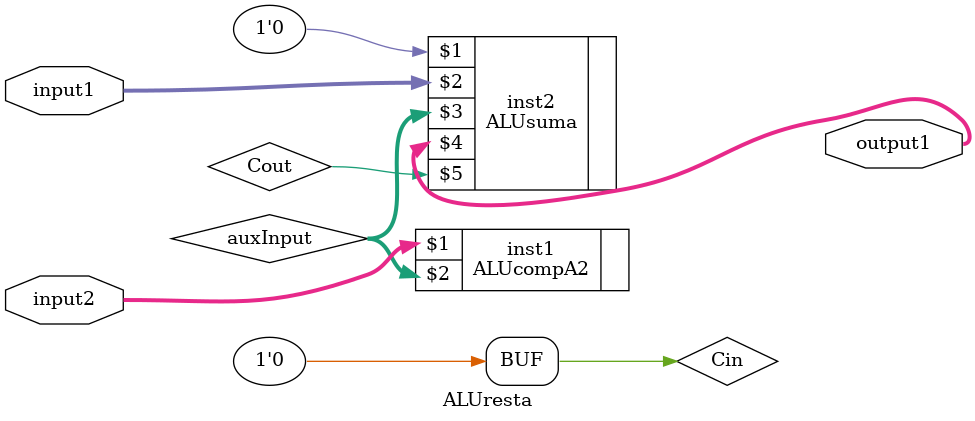
<source format=v>
`include "ALUsuma.v"
`include "ALUcompA2.v"

module ALUresta(
    input1,
    input2,
    output1
);
    wire Cin = 0;
    wire Cout;
    wire[N:0] auxInput;
    parameter N =3;

    input[N:0] input1;
    input[N:0] input2;
    output[N:0] output1;
    ALUcompA2 inst1(input2,auxInput);
    ALUsuma inst2(Cin, input1, auxInput,output1, Cout);

endmodule

</source>
